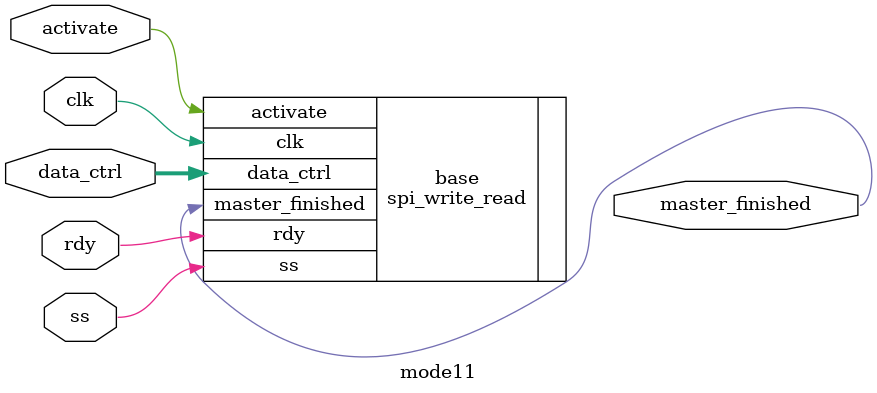
<source format=v>
/* (c) Peter McGoron 2022
 * This Source Code Form is subject to the terms of the Mozilla Public
 * License, v.2.0. If a copy of the MPL was not distributed with this
 * file, You can obtain one at https://mozilla.org/MPL/2.0/.
 */

module mode11 (
	input clk,
	input [23:0] data_ctrl,
	input activate,
	input ss,
	input rdy,
	output master_finished
);

spi_write_read
#(
	.POLARITY(1),
	.PHASE(1)
) base (
	.clk(clk),
	.data_ctrl(data_ctrl),
	.activate(activate),
	.master_finished(master_finished),
	.ss(ss),
	.rdy(rdy)
);

initial begin
	$dumpfile("mode11.vcd");
	$dumpvars();
end

endmodule

</source>
